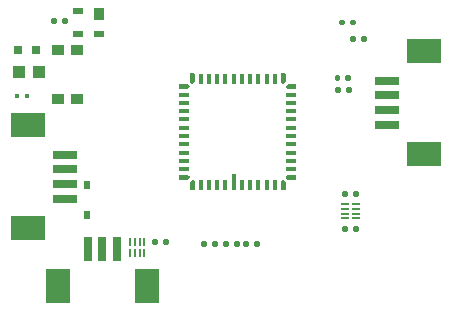
<source format=gbr>
G04 EAGLE Gerber RS-274X export*
G75*
%MOMM*%
%FSLAX34Y34*%
%LPD*%
%INSolderpaste Bottom*%
%IPPOS*%
%AMOC8*
5,1,8,0,0,1.08239X$1,22.5*%
G01*
%ADD10R,0.800000X2.000000*%
%ADD11R,2.100000X3.000000*%
%ADD12R,2.000000X0.800000*%
%ADD13R,3.000000X2.100000*%
%ADD14R,0.800000X0.800000*%
%ADD15R,1.100000X1.000000*%
%ADD16R,1.000000X0.900000*%
%ADD17R,0.875000X0.400000*%
%ADD18R,0.400000X0.875000*%
%ADD19R,0.400000X1.450000*%
%ADD20R,0.850000X0.500000*%
%ADD21R,0.850000X1.060000*%
%ADD22R,0.200000X0.700000*%
%ADD23R,0.700000X0.200000*%
%ADD24R,0.600000X0.800000*%
%ADD25C,0.250000*%
%ADD26R,0.400000X0.350000*%

G36*
X-32342Y36198D02*
X-32342Y36198D01*
X-32284Y36210D01*
X-32272Y36218D01*
X-32266Y36220D01*
X-32259Y36228D01*
X-32224Y36254D01*
X-31224Y37254D01*
X-31202Y37293D01*
X-31177Y37322D01*
X-31175Y37337D01*
X-31162Y37356D01*
X-31160Y37371D01*
X-31157Y37376D01*
X-31157Y37387D01*
X-31151Y37430D01*
X-31151Y38430D01*
X-31155Y38444D01*
X-31153Y38457D01*
X-31169Y38492D01*
X-31180Y38546D01*
X-31188Y38558D01*
X-31190Y38564D01*
X-31198Y38571D01*
X-31224Y38606D01*
X-32724Y40106D01*
X-32776Y40135D01*
X-32827Y40168D01*
X-32841Y40170D01*
X-32846Y40173D01*
X-32857Y40173D01*
X-32900Y40179D01*
X-39650Y40179D01*
X-39666Y40174D01*
X-39683Y40177D01*
X-39733Y40155D01*
X-39784Y40140D01*
X-39795Y40127D01*
X-39811Y40120D01*
X-39841Y40075D01*
X-39876Y40035D01*
X-39879Y40018D01*
X-39888Y40003D01*
X-39899Y39930D01*
X-39899Y36430D01*
X-39894Y36414D01*
X-39897Y36397D01*
X-39875Y36347D01*
X-39860Y36296D01*
X-39847Y36285D01*
X-39840Y36269D01*
X-39795Y36239D01*
X-39755Y36204D01*
X-39738Y36201D01*
X-39724Y36192D01*
X-39650Y36181D01*
X-32400Y36181D01*
X-32342Y36198D01*
G37*
G36*
X-32842Y-40802D02*
X-32842Y-40802D01*
X-32784Y-40790D01*
X-32772Y-40782D01*
X-32766Y-40780D01*
X-32759Y-40772D01*
X-32724Y-40746D01*
X-31224Y-39246D01*
X-31202Y-39206D01*
X-31178Y-39179D01*
X-31176Y-39165D01*
X-31162Y-39144D01*
X-31160Y-39129D01*
X-31157Y-39124D01*
X-31157Y-39113D01*
X-31151Y-39070D01*
X-31151Y-38070D01*
X-31155Y-38056D01*
X-31153Y-38044D01*
X-31168Y-38010D01*
X-31180Y-37954D01*
X-31188Y-37942D01*
X-31190Y-37936D01*
X-31198Y-37929D01*
X-31224Y-37894D01*
X-32224Y-36894D01*
X-32276Y-36865D01*
X-32327Y-36832D01*
X-32341Y-36830D01*
X-32346Y-36827D01*
X-32357Y-36827D01*
X-32400Y-36821D01*
X-39650Y-36821D01*
X-39666Y-36826D01*
X-39683Y-36823D01*
X-39733Y-36845D01*
X-39784Y-36860D01*
X-39795Y-36873D01*
X-39811Y-36880D01*
X-39841Y-36925D01*
X-39876Y-36965D01*
X-39879Y-36982D01*
X-39888Y-36997D01*
X-39899Y-37070D01*
X-39899Y-40570D01*
X-39894Y-40587D01*
X-39897Y-40603D01*
X-39875Y-40653D01*
X-39860Y-40704D01*
X-39847Y-40716D01*
X-39840Y-40731D01*
X-39795Y-40761D01*
X-39755Y-40796D01*
X-39738Y-40799D01*
X-39724Y-40808D01*
X-39650Y-40819D01*
X-32900Y-40819D01*
X-32842Y-40802D01*
G37*
G36*
X58866Y36186D02*
X58866Y36186D01*
X58883Y36183D01*
X58933Y36205D01*
X58984Y36220D01*
X58995Y36233D01*
X59011Y36240D01*
X59041Y36285D01*
X59076Y36325D01*
X59079Y36342D01*
X59088Y36356D01*
X59099Y36430D01*
X59099Y39930D01*
X59096Y39943D01*
X59097Y39953D01*
X59096Y39956D01*
X59097Y39963D01*
X59075Y40013D01*
X59060Y40064D01*
X59047Y40075D01*
X59040Y40091D01*
X58995Y40121D01*
X58955Y40156D01*
X58938Y40159D01*
X58924Y40168D01*
X58850Y40179D01*
X52100Y40179D01*
X52042Y40162D01*
X51984Y40150D01*
X51972Y40142D01*
X51966Y40140D01*
X51959Y40132D01*
X51955Y40130D01*
X51955Y40129D01*
X51924Y40106D01*
X50424Y38606D01*
X50395Y38554D01*
X50393Y38551D01*
X50374Y38529D01*
X50372Y38520D01*
X50362Y38503D01*
X50360Y38489D01*
X50357Y38484D01*
X50357Y38473D01*
X50351Y38430D01*
X50351Y37430D01*
X50358Y37406D01*
X50356Y37394D01*
X50369Y37363D01*
X50380Y37314D01*
X50388Y37302D01*
X50390Y37296D01*
X50398Y37289D01*
X50410Y37273D01*
X50413Y37266D01*
X50417Y37263D01*
X50424Y37254D01*
X51424Y36254D01*
X51476Y36225D01*
X51527Y36192D01*
X51541Y36190D01*
X51546Y36187D01*
X51557Y36187D01*
X51600Y36181D01*
X58850Y36181D01*
X58866Y36186D01*
G37*
G36*
X58866Y-40814D02*
X58866Y-40814D01*
X58883Y-40817D01*
X58933Y-40795D01*
X58984Y-40780D01*
X58995Y-40767D01*
X59011Y-40760D01*
X59041Y-40715D01*
X59076Y-40675D01*
X59079Y-40658D01*
X59088Y-40644D01*
X59099Y-40570D01*
X59099Y-37070D01*
X59096Y-37057D01*
X59097Y-37047D01*
X59096Y-37044D01*
X59097Y-37037D01*
X59075Y-36988D01*
X59060Y-36936D01*
X59047Y-36925D01*
X59040Y-36909D01*
X58995Y-36879D01*
X58955Y-36844D01*
X58938Y-36841D01*
X58924Y-36832D01*
X58850Y-36821D01*
X51600Y-36821D01*
X51542Y-36838D01*
X51484Y-36850D01*
X51472Y-36858D01*
X51466Y-36860D01*
X51459Y-36868D01*
X51455Y-36870D01*
X51455Y-36871D01*
X51424Y-36894D01*
X50424Y-37894D01*
X50395Y-37946D01*
X50389Y-37955D01*
X50374Y-37973D01*
X50373Y-37980D01*
X50362Y-37997D01*
X50360Y-38011D01*
X50357Y-38016D01*
X50357Y-38027D01*
X50351Y-38070D01*
X50351Y-39070D01*
X50359Y-39098D01*
X50358Y-39108D01*
X50369Y-39133D01*
X50380Y-39186D01*
X50388Y-39198D01*
X50390Y-39204D01*
X50398Y-39211D01*
X50412Y-39230D01*
X50414Y-39236D01*
X50417Y-39238D01*
X50424Y-39246D01*
X51924Y-40746D01*
X51976Y-40775D01*
X52027Y-40808D01*
X52041Y-40810D01*
X52046Y-40813D01*
X52057Y-40813D01*
X52100Y-40819D01*
X58850Y-40819D01*
X58866Y-40814D01*
G37*
G36*
X-27134Y-49814D02*
X-27134Y-49814D01*
X-27117Y-49817D01*
X-27067Y-49795D01*
X-27016Y-49780D01*
X-27005Y-49767D01*
X-26989Y-49760D01*
X-26959Y-49715D01*
X-26924Y-49675D01*
X-26921Y-49658D01*
X-26912Y-49644D01*
X-26901Y-49570D01*
X-26901Y-42320D01*
X-26903Y-42311D01*
X-26903Y-42308D01*
X-26906Y-42301D01*
X-26918Y-42262D01*
X-26930Y-42204D01*
X-26938Y-42192D01*
X-26940Y-42186D01*
X-26948Y-42179D01*
X-26974Y-42144D01*
X-27974Y-41144D01*
X-28026Y-41115D01*
X-28077Y-41082D01*
X-28091Y-41080D01*
X-28096Y-41077D01*
X-28107Y-41077D01*
X-28150Y-41071D01*
X-29150Y-41071D01*
X-29208Y-41088D01*
X-29266Y-41100D01*
X-29278Y-41108D01*
X-29284Y-41110D01*
X-29291Y-41118D01*
X-29326Y-41144D01*
X-30826Y-42644D01*
X-30855Y-42696D01*
X-30888Y-42747D01*
X-30890Y-42761D01*
X-30893Y-42766D01*
X-30893Y-42777D01*
X-30899Y-42820D01*
X-30899Y-49570D01*
X-30894Y-49587D01*
X-30897Y-49603D01*
X-30875Y-49653D01*
X-30860Y-49704D01*
X-30847Y-49716D01*
X-30840Y-49731D01*
X-30795Y-49761D01*
X-30755Y-49796D01*
X-30738Y-49799D01*
X-30724Y-49808D01*
X-30650Y-49819D01*
X-27150Y-49819D01*
X-27134Y-49814D01*
G37*
G36*
X48408Y40448D02*
X48408Y40448D01*
X48466Y40460D01*
X48478Y40468D01*
X48484Y40470D01*
X48491Y40478D01*
X48526Y40504D01*
X50026Y42004D01*
X50048Y42044D01*
X50072Y42071D01*
X50074Y42085D01*
X50088Y42106D01*
X50090Y42121D01*
X50093Y42126D01*
X50093Y42137D01*
X50099Y42180D01*
X50099Y48930D01*
X50097Y48938D01*
X50097Y48939D01*
X50096Y48941D01*
X50094Y48946D01*
X50097Y48963D01*
X50075Y49013D01*
X50060Y49064D01*
X50047Y49075D01*
X50040Y49091D01*
X49995Y49121D01*
X49955Y49156D01*
X49938Y49159D01*
X49924Y49168D01*
X49850Y49179D01*
X46350Y49179D01*
X46334Y49174D01*
X46317Y49177D01*
X46267Y49155D01*
X46216Y49140D01*
X46205Y49127D01*
X46189Y49120D01*
X46159Y49075D01*
X46124Y49035D01*
X46121Y49018D01*
X46112Y49003D01*
X46101Y48930D01*
X46101Y41680D01*
X46102Y41676D01*
X46101Y41673D01*
X46108Y41651D01*
X46107Y41644D01*
X46120Y41614D01*
X46121Y41610D01*
X46140Y41546D01*
X46143Y41543D01*
X46144Y41540D01*
X46161Y41521D01*
X46164Y41516D01*
X46170Y41512D01*
X46194Y41485D01*
X47444Y40485D01*
X47488Y40468D01*
X47527Y40442D01*
X47564Y40436D01*
X47574Y40432D01*
X47581Y40434D01*
X47600Y40431D01*
X48350Y40431D01*
X48408Y40448D01*
G37*
G36*
X-28355Y40444D02*
X-28355Y40444D01*
X-28309Y40448D01*
X-28276Y40467D01*
X-28266Y40470D01*
X-28261Y40476D01*
X-28244Y40485D01*
X-26994Y41485D01*
X-26992Y41488D01*
X-26989Y41490D01*
X-26956Y41540D01*
X-26928Y41572D01*
X-26926Y41583D01*
X-26914Y41600D01*
X-26914Y41603D01*
X-26912Y41606D01*
X-26901Y41680D01*
X-26901Y48930D01*
X-26903Y48938D01*
X-26903Y48939D01*
X-26904Y48941D01*
X-26906Y48946D01*
X-26903Y48963D01*
X-26925Y49013D01*
X-26940Y49064D01*
X-26953Y49075D01*
X-26960Y49091D01*
X-27005Y49121D01*
X-27045Y49156D01*
X-27062Y49159D01*
X-27077Y49168D01*
X-27150Y49179D01*
X-30650Y49179D01*
X-30666Y49174D01*
X-30683Y49177D01*
X-30733Y49155D01*
X-30784Y49140D01*
X-30795Y49127D01*
X-30811Y49120D01*
X-30841Y49075D01*
X-30876Y49035D01*
X-30879Y49018D01*
X-30888Y49003D01*
X-30899Y48930D01*
X-30899Y42180D01*
X-30891Y42152D01*
X-30893Y42142D01*
X-30881Y42117D01*
X-30870Y42064D01*
X-30862Y42052D01*
X-30860Y42046D01*
X-30852Y42039D01*
X-30838Y42020D01*
X-30836Y42014D01*
X-30833Y42012D01*
X-30826Y42004D01*
X-29326Y40504D01*
X-29274Y40475D01*
X-29224Y40442D01*
X-29209Y40440D01*
X-29204Y40437D01*
X-29193Y40437D01*
X-29150Y40431D01*
X-28400Y40431D01*
X-28355Y40444D01*
G37*
G36*
X49866Y-49814D02*
X49866Y-49814D01*
X49883Y-49817D01*
X49933Y-49795D01*
X49984Y-49780D01*
X49995Y-49767D01*
X50011Y-49760D01*
X50041Y-49715D01*
X50076Y-49675D01*
X50079Y-49658D01*
X50088Y-49644D01*
X50099Y-49570D01*
X50099Y-42820D01*
X50096Y-42810D01*
X50097Y-42807D01*
X50092Y-42796D01*
X50082Y-42762D01*
X50070Y-42704D01*
X50062Y-42692D01*
X50060Y-42686D01*
X50052Y-42679D01*
X50026Y-42644D01*
X48526Y-41144D01*
X48474Y-41115D01*
X48424Y-41082D01*
X48409Y-41080D01*
X48404Y-41077D01*
X48393Y-41077D01*
X48350Y-41071D01*
X47600Y-41071D01*
X47555Y-41084D01*
X47509Y-41088D01*
X47476Y-41107D01*
X47466Y-41110D01*
X47461Y-41116D01*
X47444Y-41125D01*
X46194Y-42125D01*
X46192Y-42128D01*
X46189Y-42130D01*
X46152Y-42185D01*
X46114Y-42240D01*
X46114Y-42244D01*
X46112Y-42247D01*
X46101Y-42320D01*
X46101Y-49570D01*
X46106Y-49587D01*
X46103Y-49603D01*
X46125Y-49653D01*
X46140Y-49704D01*
X46153Y-49716D01*
X46160Y-49731D01*
X46205Y-49761D01*
X46245Y-49796D01*
X46262Y-49799D01*
X46277Y-49808D01*
X46350Y-49819D01*
X49850Y-49819D01*
X49866Y-49814D01*
G37*
D10*
X-92402Y-99460D03*
X-104902Y-99460D03*
X-117402Y-99460D03*
D11*
X-67402Y-130710D03*
X-142402Y-130710D03*
D12*
X136036Y43134D03*
X136036Y30634D03*
X136036Y18134D03*
X136036Y5634D03*
D13*
X167286Y68134D03*
X167286Y-19366D03*
D12*
X-136290Y-57104D03*
X-136290Y-44604D03*
X-136290Y-32104D03*
X-136290Y-19604D03*
D13*
X-167540Y-82104D03*
X-167540Y5396D03*
D14*
X-161410Y68834D03*
X-176410Y68834D03*
D15*
X-175378Y50546D03*
X-158378Y50546D03*
D16*
X-126620Y68760D03*
X-142620Y68760D03*
X-142620Y27760D03*
X-126620Y27760D03*
D17*
X-35525Y-31820D03*
X-35525Y-24820D03*
X-35525Y-17820D03*
X-35525Y-10820D03*
X-35525Y-3820D03*
X-35525Y3180D03*
X-35525Y10180D03*
X-35525Y17180D03*
X-35525Y24180D03*
X-35525Y31180D03*
D18*
X-21900Y44805D03*
X-14900Y44805D03*
X-7900Y44805D03*
X-900Y44805D03*
X6100Y44805D03*
X13100Y44805D03*
X20100Y44805D03*
X27100Y44805D03*
X34100Y44805D03*
X41100Y44805D03*
D17*
X54725Y31180D03*
X54725Y24180D03*
X54725Y17180D03*
X54725Y10180D03*
X54725Y3180D03*
X54725Y-3820D03*
X54725Y-10820D03*
X54725Y-17820D03*
X54725Y-24820D03*
X54725Y-31820D03*
D18*
X41100Y-45445D03*
X34100Y-45445D03*
X27100Y-45445D03*
X20100Y-45445D03*
X13100Y-45445D03*
D19*
X6100Y-42570D03*
D18*
X-900Y-45445D03*
X-7900Y-45445D03*
X-14900Y-45445D03*
X-21900Y-45445D03*
D20*
X-125640Y82602D03*
X-125640Y101802D03*
X-108040Y82602D03*
D21*
X-108040Y99802D03*
D22*
X-73438Y-93925D03*
X-73438Y-102925D03*
X-77438Y-93925D03*
X-81438Y-93925D03*
X-69438Y-102925D03*
X-77438Y-102925D03*
X-81438Y-102925D03*
X-69438Y-93925D03*
D23*
X109402Y-69564D03*
X100402Y-69564D03*
X109402Y-65564D03*
X109402Y-61564D03*
X100402Y-73564D03*
X100402Y-65564D03*
X100402Y-61564D03*
X109402Y-73564D03*
D24*
X-118364Y-70412D03*
X-118364Y-45412D03*
D25*
X-52632Y-92095D02*
X-50132Y-92095D01*
X-50132Y-94595D01*
X-52632Y-94595D01*
X-52632Y-92095D01*
X-52632Y-92220D02*
X-50132Y-92220D01*
X-59382Y-92095D02*
X-61882Y-92095D01*
X-59382Y-92095D02*
X-59382Y-94595D01*
X-61882Y-94595D01*
X-61882Y-92095D01*
X-61882Y-92220D02*
X-59382Y-92220D01*
X98773Y-83673D02*
X101273Y-83673D01*
X98773Y-83673D02*
X98773Y-81173D01*
X101273Y-81173D01*
X101273Y-83673D01*
X101273Y-81298D02*
X98773Y-81298D01*
X108023Y-83673D02*
X110523Y-83673D01*
X108023Y-83673D02*
X108023Y-81173D01*
X110523Y-81173D01*
X110523Y-83673D01*
X110523Y-81298D02*
X108023Y-81298D01*
X101400Y-53955D02*
X98900Y-53955D01*
X98900Y-51455D01*
X101400Y-51455D01*
X101400Y-53955D01*
X101400Y-51580D02*
X98900Y-51580D01*
X108150Y-53955D02*
X110650Y-53955D01*
X108150Y-53955D02*
X108150Y-51455D01*
X110650Y-51455D01*
X110650Y-53955D01*
X110650Y-51580D02*
X108150Y-51580D01*
X-144853Y92476D02*
X-147353Y92476D01*
X-147353Y94976D01*
X-144853Y94976D01*
X-144853Y92476D01*
X-144853Y94851D02*
X-147353Y94851D01*
X-138103Y92476D02*
X-135603Y92476D01*
X-138103Y92476D02*
X-138103Y94976D01*
X-135603Y94976D01*
X-135603Y92476D01*
X-135603Y94851D02*
X-138103Y94851D01*
X-20226Y-95865D02*
X-17726Y-95865D01*
X-20226Y-95865D02*
X-20226Y-93365D01*
X-17726Y-93365D01*
X-17726Y-95865D01*
X-17726Y-93490D02*
X-20226Y-93490D01*
X-10976Y-95865D02*
X-8476Y-95865D01*
X-10976Y-95865D02*
X-10976Y-93365D01*
X-8476Y-93365D01*
X-8476Y-95865D01*
X-8476Y-93490D02*
X-10976Y-93490D01*
X-2319Y-95992D02*
X181Y-95992D01*
X-2319Y-95992D02*
X-2319Y-93492D01*
X181Y-93492D01*
X181Y-95992D01*
X181Y-93617D02*
X-2319Y-93617D01*
X6931Y-95992D02*
X9431Y-95992D01*
X6931Y-95992D02*
X6931Y-93492D01*
X9431Y-93492D01*
X9431Y-95992D01*
X9431Y-93617D02*
X6931Y-93617D01*
X15207Y-96373D02*
X17707Y-96373D01*
X15207Y-96373D02*
X15207Y-93873D01*
X17707Y-93873D01*
X17707Y-96373D01*
X17707Y-93998D02*
X15207Y-93998D01*
X24457Y-96373D02*
X26957Y-96373D01*
X24457Y-96373D02*
X24457Y-93873D01*
X26957Y-93873D01*
X26957Y-96373D01*
X26957Y-93998D02*
X24457Y-93998D01*
X92804Y34310D02*
X95304Y34310D01*
X92804Y34310D02*
X92804Y36810D01*
X95304Y36810D01*
X95304Y34310D01*
X95304Y36685D02*
X92804Y36685D01*
X102054Y34310D02*
X104554Y34310D01*
X102054Y34310D02*
X102054Y36810D01*
X104554Y36810D01*
X104554Y34310D01*
X104554Y36685D02*
X102054Y36685D01*
X94923Y44724D02*
X92423Y44724D01*
X92423Y47224D01*
X94923Y47224D01*
X94923Y44724D01*
X94923Y47099D02*
X92423Y47099D01*
X101673Y44724D02*
X104173Y44724D01*
X101673Y44724D02*
X101673Y47224D01*
X104173Y47224D01*
X104173Y44724D01*
X104173Y47099D02*
X101673Y47099D01*
D26*
X-168974Y30226D03*
X-176974Y30226D03*
D25*
X105885Y77744D02*
X108385Y77744D01*
X105885Y77744D02*
X105885Y80244D01*
X108385Y80244D01*
X108385Y77744D01*
X108385Y80119D02*
X105885Y80119D01*
X115135Y77744D02*
X117635Y77744D01*
X115135Y77744D02*
X115135Y80244D01*
X117635Y80244D01*
X117635Y77744D01*
X117635Y80119D02*
X115135Y80119D01*
X108237Y93960D02*
X105737Y93960D01*
X108237Y93960D02*
X108237Y91460D01*
X105737Y91460D01*
X105737Y93960D01*
X105737Y93835D02*
X108237Y93835D01*
X98987Y93960D02*
X96487Y93960D01*
X98987Y93960D02*
X98987Y91460D01*
X96487Y91460D01*
X96487Y93960D01*
X96487Y93835D02*
X98987Y93835D01*
M02*

</source>
